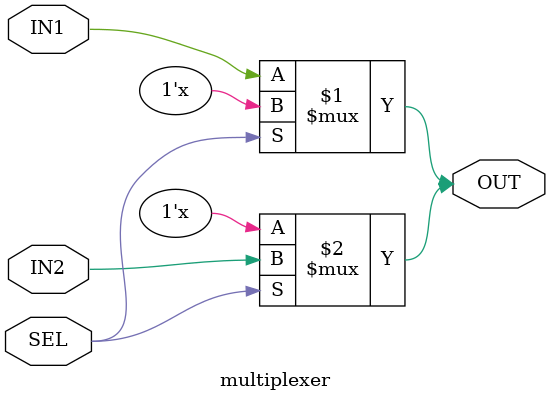
<source format=v>




// Description    : 
//    top module
//    adder:
//      - FA_CSA * 8
//      - not * 1
//      - XOR * 9
//
module adder(
  input wire [7:0]  a,b,
  input wire        mode,  // mode: 1: add, 0: sub
  output wire [7:0] sum,
  output wire       c_out,
  output wire       Overflow
);



  wire [7:0] cb;
	wire sub;



	not#(1) n1(sub,mode);


  xor#(2) x1(cb[0], sub, b[0]);
  xor#(2) x2(cb[1], sub, b[1]);
  xor#(2) x3(cb[2], sub, b[2]);
  xor#(2) x4(cb[3], sub, b[3]);
  xor#(2) x5(cb[4], sub, b[4]);
  xor#(2) x6(cb[5], sub, b[5]);
  xor#(2) x7(cb[6], sub, b[6]);
  xor#(2) x8(cb[7], sub, b[7]);



  wire carry [6:0];

  FA_CSA fa_u1(
    .S(sum[0]),
    .COUT(carry[0]), 
    .A(a[0]),
    .B(cb[0]),
    .CIN(sub)
  );

  FA_CSA fa_u2(
    .S(sum[1]),
    .COUT(carry[1]), 
    .A(a[1]),
    .B(cb[1]),
    .CIN(carry[0])
  );

  FA_CSA fa_u3(
    .S(sum[2]),
    .COUT(carry[2]), 
    .A(a[2]),
    .B(cb[2]),
    .CIN(carry[1])
  );

  FA_CSA fa_u4(
    .S(sum[3]),
    .COUT(carry[3]), 
    .A(a[3]),
    .B(cb[3]),
    .CIN(carry[2])
  );

  FA_CSA fa_u5(
    .S(sum[4]),
    .COUT(carry[4]), 
    .A(a[4]),
    .B(cb[4]),
    .CIN(carry[3])
  );

  FA_CSA fa_u6(
    .S(sum[5]),
    .COUT(carry[5]), 
    .A(a[5]),
    .B(cb[5]),
    .CIN(carry[4])
  );

  FA_CSA fa_u7(
    .S(sum[6]),
    .COUT(carry[6]), 
    .A(a[6]),
    .B(cb[6]),
    .CIN(carry[5])
  );

  FA_CSA fa_u8(
    .S(sum[7]),
    .COUT(c_out),
    .A(a[7]),
    .B(cb[7]),
    .CIN(carry[6])
  );

  
  and#(2)(Overflow,c_out,mode);

endmodule 








// module         : FA_CSA
// Description    : 
//  
//    FA_CSA:
//      - HA    * 1
//      - HA_P1 * 1
//      - multiplexer * 2
//
module FA_CSA(
  output tri S,COUT,
  input wire A,B,CIN
);

  wire s1,cout1,s2,cout2;

	multiplexer m1(
		.OUT(S),
		.IN1(s1),
		.IN2(s2),
		.SEL(CIN)
	);

	multiplexer m2(
		.OUT(COUT),
		.IN1(cout1),
		.IN2(cout2),
		.SEL(CIN)
	);

  HA ha_u1(
    .S(s1),
    .Cout(cout1),
    .A(A),
    .B(B)
  );


  HA_P1 ha_u2(
    .S(s2),
    .COUT(cout2),
    .A(A),
    .B(B)
  );



endmodule




// module Name    : HA 
// Description    : 
//  HA:
//    - HA * 2
//      - or * 1
//
module HA(
  output wire S,Cout,
  input wire A,B
);

  xor#(2)x1(S,A,B);
  and#(2)a1(Cout,A,B);


endmodule


// module         : HA_P1 
// Description    : 
//  
//    HA_P1:
//      - xnor  * 1
//      - or * 1
//
module HA_P1(
  output wire S,COUT,
  input wire A,B
);


  xnor#(2) xnor_u1(S,A,B);
  or#(2) or_u1(COUT,A,B); 

endmodule




// module         : multiplexer 
// Description    : 
//  
//    multiplexer:
//      - buffer * 2
//
module multiplexer(
	output tri OUT,
	input wire IN1,
	input wire IN2,
	input wire SEL
);

	
	bufif0#(2)(OUT,IN1,SEL);
	bufif1#(2)(OUT,IN2,SEL);


endmodule



</source>
